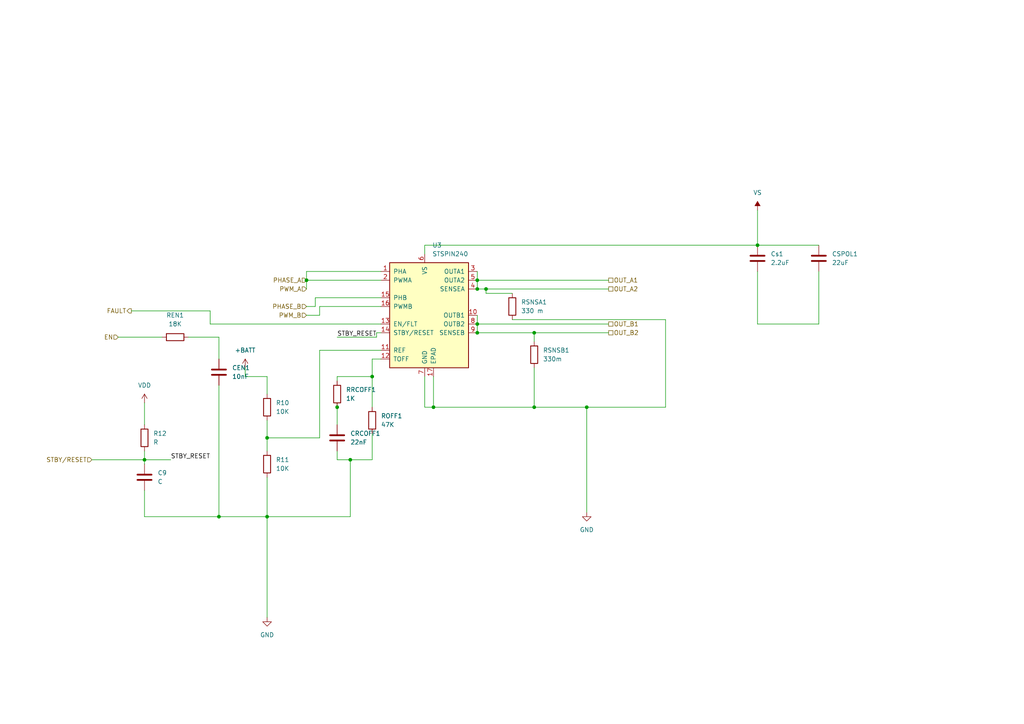
<source format=kicad_sch>
(kicad_sch (version 20230121) (generator eeschema)
  (paper "A4")
  (lib_symbols
    (symbol "Device:C" (pin_numbers hide) (pin_names (offset 0.254))
      (property "Reference" "C" (at 0.635 2.54 0))
      (property "Value" "C" (at 0.635 -2.54 0))
      (symbol "C_0_1"
        (polyline (pts (xy -2.032 -0.762) (xy 2.032 -0.762)) (stroke (width 0.508)))
        (polyline (pts (xy -2.032 0.762) (xy 2.032 0.762)) (stroke (width 0.508)))
      )
      (symbol "C_1_1"
        (pin passive line (at 0 3.81 270) (length 2.794) (name "~") (number "1"))
        (pin passive line (at 0 -3.81 90) (length 2.794) (name "~") (number "2"))
      )
    )
    (symbol "Device:R" (pin_numbers hide) (pin_names (offset 0))
      (property "Reference" "R" (at 2.032 0 90))
      (property "Value" "R" (at 0 0 90))
      (symbol "R_0_1"
        (rectangle (start -1.016 -2.54) (end 1.016 2.54) (stroke (width 0.254)))
      )
      (symbol "R_1_1"
        (pin passive line (at 0 3.81 270) (length 1.27) (name "~") (number "1"))
        (pin passive line (at 0 -3.81 90) (length 1.27) (name "~") (number "2"))
      )
    )
    (symbol "Driver_Motor:STSPIN240" (pin_names (offset 1.016))
      (property "Reference" "U" (at -10.16 16.51 0))
      (property "Value" "STSPIN240" (at 5.08 16.51 0))
      (symbol "STSPIN240_0_1"
        (rectangle (start -10.16 15.24) (end 12.7 -15.24) (stroke (width 0.254)) (fill (type background)))
      )
      (symbol "STSPIN240_1_1"
        (pin input line (at -12.7 12.7 0) (length 2.54) (name "PHA") (number "1"))
        (pin power_out line (at 15.24 0 180) (length 2.54) (name "OUTB1") (number "10"))
        (pin input line (at -12.7 -10.16 0) (length 2.54) (name "REF") (number "11"))
        (pin input line (at -12.7 -12.7 0) (length 2.54) (name "TOFF") (number "12"))
        (pin bidirectional line (at -12.7 -2.54 0) (length 2.54) (name "EN/FLT") (number "13"))
        (pin input line (at -12.7 -5.08 0) (length 2.54) (name "STBY/RESET") (number "14"))
        (pin input line (at -12.7 5.08 0) (length 2.54) (name "PHB") (number "15"))
        (pin input line (at -12.7 2.54 0) (length 2.54) (name "PWMB") (number "16"))
        (pin power_in line (at 2.54 -17.78 90) (length 2.54) (name "EPAD") (number "17"))
        (pin input line (at -12.7 10.16 0) (length 2.54) (name "PWMA") (number "2"))
        (pin power_out line (at 15.24 12.7 180) (length 2.54) (name "OUTA1") (number "3"))
        (pin power_out line (at 15.24 7.62 180) (length 2.54) (name "SENSEA") (number "4"))
        (pin power_out line (at 15.24 10.16 180) (length 2.54) (name "OUTA2") (number "5"))
        (pin power_in line (at 0 17.78 270) (length 2.54) (name "VS") (number "6"))
        (pin power_in line (at 0 -17.78 90) (length 2.54) (name "GND") (number "7"))
        (pin power_out line (at 15.24 -2.54 180) (length 2.54) (name "OUTB2") (number "8"))
        (pin power_out line (at 15.24 -5.08 180) (length 2.54) (name "SENSEB") (number "9"))
      )
    )
    (symbol "power:+BATT" (power) (pin_names (offset 0))
      (property "Value" "+BATT" (at 0 3.556 0))
      (symbol "+BATT_0_1"
        (polyline (pts (xy -0.762 1.27) (xy 0 2.54)))
        (polyline (pts (xy 0 0) (xy 0 2.54)))
        (polyline (pts (xy 0 2.54) (xy 0.762 1.27)))
      )
      (symbol "+BATT_1_1"
        (pin power_in line (at 0 0 90) (length 0) hide (name "+BATT") (number "1"))
      )
    )
    (symbol "power:GND" (power) (pin_names (offset 0))
      (property "Value" "GND" (at 0 -3.81 0))
      (symbol "GND_0_1"
        (polyline (pts (xy 0 0) (xy 0 -1.27) (xy 1.27 -1.27) (xy 0 -2.54) (xy -1.27 -1.27) (xy 0 -1.27)))
      )
      (symbol "GND_1_1"
        (pin power_in line (at 0 0 270) (length 0) hide (name "GND") (number "1"))
      )
    )
    (symbol "power:VDD" (power) (pin_names (offset 0))
      (property "Value" "VDD" (at 0 3.81 0))
      (symbol "VDD_0_1"
        (polyline (pts (xy -0.762 1.27) (xy 0 2.54)))
        (polyline (pts (xy 0 0) (xy 0 2.54)))
        (polyline (pts (xy 0 2.54) (xy 0.762 1.27)))
      )
      (symbol "VDD_1_1"
        (pin power_in line (at 0 0 90) (length 0) hide (name "VDD") (number "1"))
      )
    )
    (symbol "power:VS" (power) (pin_names (offset 0))
      (property "Value" "VS" (at 0 3.81 0))
      (symbol "VS_0_1"
        (polyline (pts (xy 0 0) (xy 0 2.54)))
        (polyline (pts (xy 0.762 1.27) (xy -0.762 1.27) (xy 0 2.54) (xy 0.762 1.27)) (fill (type outline)))
      )
      (symbol "VS_1_1"
        (pin power_in line (at 0 0 90) (length 0) hide (name "VS") (number "1"))
      )
    )
  )
  (junction (at 140.97 83.82))
  (junction (at 219.71 71.12))
  (junction (at 77.47 127))
  (junction (at 138.43 81.28))
  (junction (at 107.95 109.22))
  (junction (at 77.47 149.86))
  (junction (at 125.73 118.11))
  (junction (at 154.94 96.52))
  (junction (at 88.9 81.28))
  (junction (at 138.43 83.82))
  (junction (at 41.91 133.35))
  (junction (at 101.6 133.35))
  (junction (at 170.18 118.11))
  (junction (at 63.5 149.86))
  (junction (at 138.43 96.52))
  (junction (at 97.79 118.11))
  (junction (at 138.43 93.98))
  (junction (at 154.94 118.11))
  (wire (pts (xy 88.9 81.28) (xy 88.9 83.82)))
  (wire (pts (xy 123.19 109.22) (xy 123.19 118.11)))
  (wire (pts (xy 154.94 96.52) (xy 154.94 99.06)))
  (wire (pts (xy 97.79 118.11) (xy 97.79 123.19)))
  (wire (pts (xy 138.43 81.28) (xy 138.43 83.82)))
  (wire (pts (xy 138.43 96.52) (xy 154.94 96.52)))
  (wire (pts (xy 97.79 109.22) (xy 107.95 109.22)))
  (wire (pts (xy 88.9 78.74) (xy 110.49 78.74)))
  (wire (pts (xy 34.29 97.79) (xy 46.99 97.79)))
  (wire (pts (xy 110.49 88.9) (xy 92.71 88.9)))
  (wire (pts (xy 123.19 71.12) (xy 219.71 71.12)))
  (wire (pts (xy 109.22 97.79) (xy 97.79 97.79)))
  (wire (pts (xy 63.5 149.86) (xy 77.47 149.86)))
  (wire (pts (xy 170.18 118.11) (xy 170.18 148.59)))
  (wire (pts (xy 60.96 93.98) (xy 60.96 90.17)))
  (wire (pts (xy 237.49 78.74) (xy 237.49 93.98)))
  (wire (pts (xy 91.44 88.9) (xy 88.9 88.9)))
  (wire (pts (xy 41.91 133.35) (xy 49.53 133.35)))
  (wire (pts (xy 91.44 86.36) (xy 91.44 88.9)))
  (wire (pts (xy 138.43 91.44) (xy 138.43 93.98)))
  (wire (pts (xy 193.04 92.71) (xy 193.04 118.11)))
  (wire (pts (xy 219.71 71.12) (xy 237.49 71.12)))
  (wire (pts (xy 54.61 97.79) (xy 63.5 97.79)))
  (wire (pts (xy 110.49 93.98) (xy 60.96 93.98)))
  (wire (pts (xy 97.79 110.49) (xy 97.79 109.22)))
  (wire (pts (xy 140.97 83.82) (xy 140.97 85.09)))
  (wire (pts (xy 110.49 86.36) (xy 91.44 86.36)))
  (wire (pts (xy 77.47 109.22) (xy 71.12 109.22)))
  (wire (pts (xy 88.9 78.74) (xy 88.9 81.28)))
  (wire (pts (xy 110.49 104.14) (xy 107.95 104.14)))
  (wire (pts (xy 63.5 111.76) (xy 63.5 149.86)))
  (wire (pts (xy 109.22 96.52) (xy 110.49 96.52)))
  (wire (pts (xy 41.91 116.84) (xy 41.91 123.19)))
  (wire (pts (xy 92.71 101.6) (xy 92.71 127)))
  (wire (pts (xy 109.22 96.52) (xy 109.22 97.79)))
  (wire (pts (xy 38.1 90.17) (xy 60.96 90.17)))
  (wire (pts (xy 77.47 149.86) (xy 101.6 149.86)))
  (wire (pts (xy 97.79 130.81) (xy 97.79 133.35)))
  (wire (pts (xy 110.49 101.6) (xy 92.71 101.6)))
  (wire (pts (xy 71.12 109.22) (xy 71.12 106.68)))
  (wire (pts (xy 219.71 78.74) (xy 219.71 93.98)))
  (wire (pts (xy 63.5 97.79) (xy 63.5 104.14)))
  (wire (pts (xy 140.97 85.09) (xy 148.59 85.09)))
  (wire (pts (xy 107.95 133.35) (xy 107.95 125.73)))
  (wire (pts (xy 77.47 109.22) (xy 77.47 114.3)))
  (wire (pts (xy 41.91 149.86) (xy 63.5 149.86)))
  (wire (pts (xy 77.47 121.92) (xy 77.47 127)))
  (wire (pts (xy 92.71 88.9) (xy 92.71 91.44)))
  (wire (pts (xy 219.71 60.96) (xy 219.71 71.12)))
  (wire (pts (xy 92.71 127) (xy 77.47 127)))
  (wire (pts (xy 148.59 92.71) (xy 193.04 92.71)))
  (wire (pts (xy 154.94 118.11) (xy 170.18 118.11)))
  (wire (pts (xy 26.67 133.35) (xy 41.91 133.35)))
  (wire (pts (xy 123.19 71.12) (xy 123.19 73.66)))
  (wire (pts (xy 101.6 133.35) (xy 101.6 149.86)))
  (wire (pts (xy 101.6 133.35) (xy 107.95 133.35)))
  (wire (pts (xy 154.94 96.52) (xy 176.53 96.52)))
  (wire (pts (xy 97.79 133.35) (xy 101.6 133.35)))
  (wire (pts (xy 170.18 118.11) (xy 193.04 118.11)))
  (wire (pts (xy 41.91 142.24) (xy 41.91 149.86)))
  (wire (pts (xy 92.71 91.44) (xy 88.9 91.44)))
  (wire (pts (xy 140.97 83.82) (xy 176.53 83.82)))
  (wire (pts (xy 138.43 83.82) (xy 140.97 83.82)))
  (wire (pts (xy 77.47 127) (xy 77.47 130.81)))
  (wire (pts (xy 138.43 93.98) (xy 138.43 96.52)))
  (wire (pts (xy 154.94 106.68) (xy 154.94 118.11)))
  (wire (pts (xy 107.95 109.22) (xy 107.95 118.11)))
  (wire (pts (xy 138.43 81.28) (xy 176.53 81.28)))
  (wire (pts (xy 107.95 104.14) (xy 107.95 109.22)))
  (wire (pts (xy 41.91 133.35) (xy 41.91 134.62)))
  (wire (pts (xy 41.91 130.81) (xy 41.91 133.35)))
  (wire (pts (xy 138.43 78.74) (xy 138.43 81.28)))
  (wire (pts (xy 219.71 93.98) (xy 237.49 93.98)))
  (wire (pts (xy 77.47 149.86) (xy 77.47 179.07)))
  (wire (pts (xy 138.43 93.98) (xy 176.53 93.98)))
  (wire (pts (xy 125.73 109.22) (xy 125.73 118.11)))
  (wire (pts (xy 97.79 116.84) (xy 97.79 118.11)))
  (wire (pts (xy 88.9 81.28) (xy 110.49 81.28)))
  (wire (pts (xy 125.73 118.11) (xy 154.94 118.11)))
  (wire (pts (xy 77.47 138.43) (xy 77.47 149.86)))
  (wire (pts (xy 123.19 118.11) (xy 125.73 118.11)))
  (label "STBY_RESET" (at 97.79 97.79 0))
  (label "STBY_RESET" (at 49.53 133.35 0))
  (hierarchical_label "PHASE_A" (shape input) (at 88.9 81.28 180))
  (hierarchical_label "OUT_A2" (shape passive) (at 176.53 83.82 0))
  (hierarchical_label "PWM_A" (shape input) (at 88.9 83.82 180))
  (hierarchical_label "FAULT" (shape output) (at 38.1 90.17 180))
  (hierarchical_label "PHASE_B" (shape input) (at 88.9 88.9 180))
  (hierarchical_label "PWM_B" (shape input) (at 88.9 91.44 180))
  (hierarchical_label "OUT_B2" (shape passive) (at 176.53 96.52 0))
  (hierarchical_label "OUT_A1" (shape passive) (at 176.53 81.28 0))
  (hierarchical_label "OUT_B1" (shape passive) (at 176.53 93.98 0))
  (hierarchical_label "STBY{slash}RESET" (shape input) (at 26.67 133.35 180))
  (hierarchical_label "EN" (shape input) (at 34.29 97.79 180))
  (symbol (lib_id "power:+BATT") (at 71.12 106.68 0) (unit 1)
    (property "Reference" "#PWR011" (effects hide))
    (property "Value" "+BATT" (at 71.12 101.6 0))
  )
  (symbol (lib_id "power:VS") (at 219.71 60.96 0) (unit 1)
    (property "Reference" "#PWR010" (effects hide))
    (property "Value" "VS" (at 219.71 55.88 0))
  )
  (symbol (lib_id "Device:R") (at 148.59 88.9 0) (unit 1)
    (property "Reference" "RSNSA1" (at 151.13 87.63 0) (effects (justify left)))
    (property "Value" "330 m" (at 151.13 90.17 0) (effects (justify left)))
    (property "Footprint" "Resistor_SMD:R_2512_6332Metric" (effects hide))
  )
  (symbol (lib_id "Device:C") (at 63.5 107.95 0) (unit 1)
    (property "Reference" "CEN1" (at 67.31 106.68 0) (effects (justify left)))
    (property "Value" "10nF" (at 67.31 109.22 0) (effects (justify left)))
    (property "Footprint" "Capacitor_SMD:C_0603_1608Metric" (effects hide))
  )
  (symbol (lib_id "Device:R") (at 154.94 102.87 0) (unit 1)
    (property "Reference" "RSNSB1" (at 157.48 101.6 0) (effects (justify left)))
    (property "Value" "330m" (at 157.48 104.14 0) (effects (justify left)))
    (property "Footprint" "Resistor_SMD:R_2512_6332Metric" (effects hide))
  )
  (symbol (lib_id "power:VDD") (at 41.91 116.84 0) (unit 1)
    (property "Reference" "#PWR012" (effects hide))
    (property "Value" "VDD" (at 41.91 111.76 0))
  )
  (symbol (lib_id "Device:C") (at 41.91 138.43 0) (unit 1)
    (property "Reference" "C9" (at 45.72 137.16 0) (effects (justify left)))
    (property "Value" "C" (at 45.72 139.7 0) (effects (justify left)))
    (property "Footprint" "Capacitor_SMD:C_0603_1608Metric" (effects hide))
  )
  (symbol (lib_id "Device:R") (at 50.8 97.79 90) (unit 1)
    (property "Reference" "REN1" (at 50.8 91.44 90))
    (property "Value" "18K" (at 50.8 93.98 90))
    (property "Footprint" "Resistor_SMD:R_0603_1608Metric" (effects hide))
  )
  (symbol (lib_id "Device:C") (at 219.71 74.93 0) (unit 1)
    (property "Reference" "Cs1" (at 223.52 73.66 0) (effects (justify left)))
    (property "Value" "2.2uF" (at 223.52 76.2 0) (effects (justify left)))
    (property "Footprint" "Capacitor_SMD:C_0603_1608Metric" (effects hide))
  )
  (symbol (lib_id "Device:C") (at 237.49 74.93 0) (unit 1)
    (property "Reference" "CSPOL1" (at 241.3 73.66 0) (effects (justify left)))
    (property "Value" "22uF" (at 241.3 76.2 0) (effects (justify left)))
    (property "Footprint" "Capacitor_SMD:C_0603_1608Metric" (effects hide))
  )
  (symbol (lib_id "Device:R") (at 41.91 127 0) (unit 1)
    (property "Reference" "R12" (at 44.45 125.73 0) (effects (justify left)))
    (property "Value" "R" (at 44.45 128.27 0) (effects (justify left)))
    (property "Footprint" "Resistor_SMD:R_0603_1608Metric" (effects hide))
  )
  (symbol (lib_id "Device:R") (at 107.95 121.92 0) (unit 1)
    (property "Reference" "ROFF1" (at 110.49 120.65 0) (effects (justify left)))
    (property "Value" "47K" (at 110.49 123.19 0) (effects (justify left)))
    (property "Footprint" "Resistor_SMD:R_0603_1608Metric" (effects hide))
  )
  (symbol (lib_id "Driver_Motor:STSPIN240") (at 123.19 91.44 0) (unit 1)
    (property "Reference" "U3" (at 125.3841 71.12 0) (effects (justify left)))
    (property "Value" "STSPIN240" (at 125.3841 73.66 0) (effects (justify left)))
    (property "Footprint" "Package_DFN_QFN:VQFN-16-1EP_3x3mm_P0.5mm_EP1.8x1.8mm" (effects hide))
    (property "Datasheet" "www.st.com/resource/en/datasheet/stspin240.pdf" (effects hide))
  )
  (symbol (lib_id "Device:C") (at 97.79 127 0) (unit 1)
    (property "Reference" "CRCOFF1" (at 101.6 125.73 0) (effects (justify left)))
    (property "Value" "22nF" (at 101.6 128.27 0) (effects (justify left)))
    (property "Footprint" "Capacitor_SMD:C_0603_1608Metric" (effects hide))
  )
  (symbol (lib_id "power:GND") (at 77.47 179.07 0) (unit 1)
    (property "Reference" "#PWR013" (effects hide))
    (property "Value" "GND" (at 77.47 184.15 0))
  )
  (symbol (lib_id "Device:R") (at 97.79 114.3 0) (unit 1)
    (property "Reference" "RRCOFF1" (at 100.33 113.03 0) (effects (justify left)))
    (property "Value" "1K" (at 100.33 115.57 0) (effects (justify left)))
    (property "Footprint" "Resistor_SMD:R_0603_1608Metric" (effects hide))
  )
  (symbol (lib_id "Device:R") (at 77.47 118.11 0) (unit 1)
    (property "Reference" "R10" (at 80.01 116.84 0) (effects (justify left)))
    (property "Value" "10K" (at 80.01 119.38 0) (effects (justify left)))
    (property "Footprint" "Resistor_SMD:R_0603_1608Metric" (effects hide))
  )
  (symbol (lib_id "Device:R") (at 77.47 134.62 0) (unit 1)
    (property "Reference" "R11" (at 80.01 133.35 0) (effects (justify left)))
    (property "Value" "10K" (at 80.01 135.89 0) (effects (justify left)))
    (property "Footprint" "Resistor_SMD:R_0603_1608Metric" (effects hide))
  )
  (symbol (lib_id "power:GND") (at 170.18 148.59 0) (unit 1)
    (property "Reference" "#PWR09" (effects hide))
    (property "Value" "GND" (at 170.18 153.67 0))
  )
)
</source>
